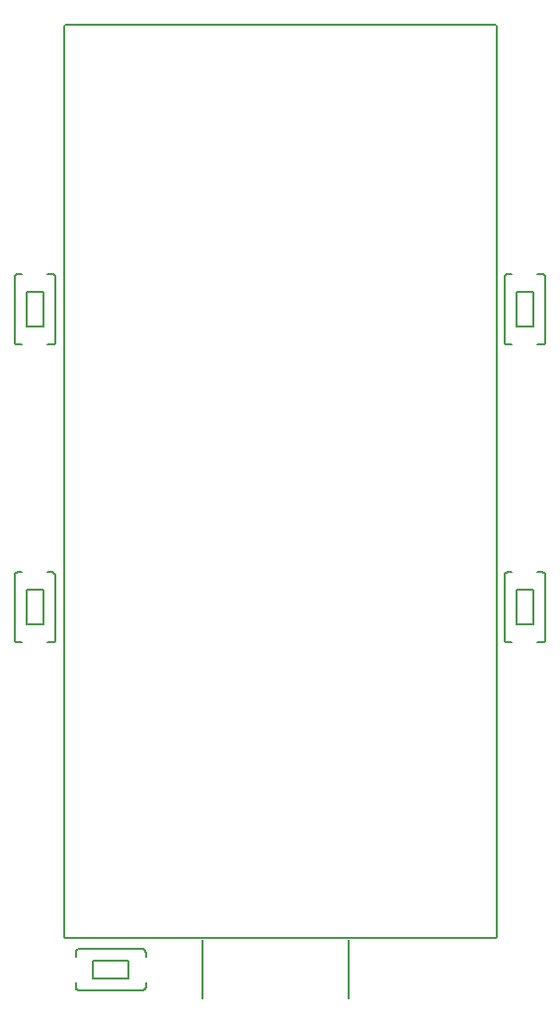
<source format=gbr>
G04 EAGLE Gerber RS-274X export*
G75*
%MOMM*%
%FSLAX34Y34*%
%LPD*%
%INSilkscreen Bottom*%
%IPPOS*%
%AMOC8*
5,1,8,0,0,1.08239X$1,22.5*%
G01*
%ADD10C,0.152400*%
%ADD11C,0.203200*%


D10*
X45800Y52300D02*
X415000Y52300D01*
X415000Y833300D02*
X45800Y833300D01*
X416300Y832900D02*
X416300Y52800D01*
X45300Y52800D02*
X45300Y832900D01*
X164000Y50000D02*
X164000Y0D01*
X289000Y0D02*
X289000Y50000D01*
D11*
X57500Y7500D02*
X57402Y7502D01*
X57304Y7508D01*
X57206Y7517D01*
X57109Y7531D01*
X57012Y7548D01*
X56916Y7569D01*
X56821Y7594D01*
X56727Y7622D01*
X56635Y7655D01*
X56543Y7690D01*
X56453Y7730D01*
X56365Y7772D01*
X56278Y7819D01*
X56194Y7868D01*
X56111Y7921D01*
X56031Y7977D01*
X55952Y8037D01*
X55876Y8099D01*
X55803Y8164D01*
X55732Y8232D01*
X55664Y8303D01*
X55599Y8376D01*
X55537Y8452D01*
X55477Y8531D01*
X55421Y8611D01*
X55368Y8694D01*
X55319Y8778D01*
X55272Y8865D01*
X55230Y8953D01*
X55190Y9043D01*
X55155Y9135D01*
X55122Y9227D01*
X55094Y9321D01*
X55069Y9416D01*
X55048Y9512D01*
X55031Y9609D01*
X55017Y9706D01*
X55008Y9804D01*
X55002Y9902D01*
X55000Y10000D01*
X57500Y7500D02*
X112500Y7500D01*
X112598Y7502D01*
X112696Y7508D01*
X112794Y7517D01*
X112891Y7531D01*
X112988Y7548D01*
X113084Y7569D01*
X113179Y7594D01*
X113273Y7622D01*
X113365Y7655D01*
X113457Y7690D01*
X113547Y7730D01*
X113635Y7772D01*
X113722Y7819D01*
X113806Y7868D01*
X113889Y7921D01*
X113969Y7977D01*
X114048Y8037D01*
X114124Y8099D01*
X114197Y8164D01*
X114268Y8232D01*
X114336Y8303D01*
X114401Y8376D01*
X114463Y8452D01*
X114523Y8531D01*
X114579Y8611D01*
X114632Y8694D01*
X114681Y8778D01*
X114728Y8865D01*
X114770Y8953D01*
X114810Y9043D01*
X114845Y9135D01*
X114878Y9227D01*
X114906Y9321D01*
X114931Y9416D01*
X114952Y9512D01*
X114969Y9609D01*
X114983Y9706D01*
X114992Y9804D01*
X114998Y9902D01*
X115000Y10000D01*
X115000Y40000D02*
X114998Y40098D01*
X114992Y40196D01*
X114983Y40294D01*
X114969Y40391D01*
X114952Y40488D01*
X114931Y40584D01*
X114906Y40679D01*
X114878Y40773D01*
X114845Y40865D01*
X114810Y40957D01*
X114770Y41047D01*
X114728Y41135D01*
X114681Y41222D01*
X114632Y41306D01*
X114579Y41389D01*
X114523Y41469D01*
X114463Y41548D01*
X114401Y41624D01*
X114336Y41697D01*
X114268Y41768D01*
X114197Y41836D01*
X114124Y41901D01*
X114048Y41963D01*
X113969Y42023D01*
X113889Y42079D01*
X113806Y42132D01*
X113722Y42181D01*
X113635Y42228D01*
X113547Y42270D01*
X113457Y42310D01*
X113365Y42345D01*
X113273Y42378D01*
X113179Y42406D01*
X113084Y42431D01*
X112988Y42452D01*
X112891Y42469D01*
X112794Y42483D01*
X112696Y42492D01*
X112598Y42498D01*
X112500Y42500D01*
X57500Y42500D01*
X57402Y42498D01*
X57304Y42492D01*
X57206Y42483D01*
X57109Y42469D01*
X57012Y42452D01*
X56916Y42431D01*
X56821Y42406D01*
X56727Y42378D01*
X56635Y42345D01*
X56543Y42310D01*
X56453Y42270D01*
X56365Y42228D01*
X56278Y42181D01*
X56194Y42132D01*
X56111Y42079D01*
X56031Y42023D01*
X55952Y41963D01*
X55876Y41901D01*
X55803Y41836D01*
X55732Y41768D01*
X55664Y41697D01*
X55599Y41624D01*
X55537Y41548D01*
X55477Y41469D01*
X55421Y41389D01*
X55368Y41306D01*
X55319Y41222D01*
X55272Y41135D01*
X55230Y41047D01*
X55190Y40957D01*
X55155Y40865D01*
X55122Y40773D01*
X55094Y40679D01*
X55069Y40584D01*
X55048Y40488D01*
X55031Y40391D01*
X55017Y40294D01*
X55008Y40196D01*
X55002Y40098D01*
X55000Y40000D01*
X55000Y36000D01*
X55000Y14000D02*
X55000Y10000D01*
X115000Y10000D02*
X115000Y14000D01*
X115000Y36000D02*
X115000Y40000D01*
X100000Y17500D02*
X70000Y17500D01*
X70000Y32500D02*
X100000Y32500D01*
X70000Y32500D02*
X70000Y17500D01*
X100000Y17500D02*
X100000Y32500D01*
X455000Y560000D02*
X455098Y560002D01*
X455196Y560008D01*
X455294Y560017D01*
X455391Y560031D01*
X455488Y560048D01*
X455584Y560069D01*
X455679Y560094D01*
X455773Y560122D01*
X455865Y560155D01*
X455957Y560190D01*
X456047Y560230D01*
X456135Y560272D01*
X456222Y560319D01*
X456306Y560368D01*
X456389Y560421D01*
X456469Y560477D01*
X456548Y560537D01*
X456624Y560599D01*
X456697Y560664D01*
X456768Y560732D01*
X456836Y560803D01*
X456901Y560876D01*
X456963Y560952D01*
X457023Y561031D01*
X457079Y561111D01*
X457132Y561194D01*
X457181Y561278D01*
X457228Y561365D01*
X457270Y561453D01*
X457310Y561543D01*
X457345Y561635D01*
X457378Y561727D01*
X457406Y561821D01*
X457431Y561916D01*
X457452Y562012D01*
X457469Y562109D01*
X457483Y562206D01*
X457492Y562304D01*
X457498Y562402D01*
X457500Y562500D01*
X457500Y617500D01*
X457498Y617598D01*
X457492Y617696D01*
X457483Y617794D01*
X457469Y617891D01*
X457452Y617988D01*
X457431Y618084D01*
X457406Y618179D01*
X457378Y618273D01*
X457345Y618365D01*
X457310Y618457D01*
X457270Y618547D01*
X457228Y618635D01*
X457181Y618722D01*
X457132Y618806D01*
X457079Y618889D01*
X457023Y618969D01*
X456963Y619048D01*
X456901Y619124D01*
X456836Y619197D01*
X456768Y619268D01*
X456697Y619336D01*
X456624Y619401D01*
X456548Y619463D01*
X456469Y619523D01*
X456389Y619579D01*
X456306Y619632D01*
X456222Y619681D01*
X456135Y619728D01*
X456047Y619770D01*
X455957Y619810D01*
X455865Y619845D01*
X455773Y619878D01*
X455679Y619906D01*
X455584Y619931D01*
X455488Y619952D01*
X455391Y619969D01*
X455294Y619983D01*
X455196Y619992D01*
X455098Y619998D01*
X455000Y620000D01*
X425000Y620000D02*
X424902Y619998D01*
X424804Y619992D01*
X424706Y619983D01*
X424609Y619969D01*
X424512Y619952D01*
X424416Y619931D01*
X424321Y619906D01*
X424227Y619878D01*
X424135Y619845D01*
X424043Y619810D01*
X423953Y619770D01*
X423865Y619728D01*
X423778Y619681D01*
X423694Y619632D01*
X423611Y619579D01*
X423531Y619523D01*
X423452Y619463D01*
X423376Y619401D01*
X423303Y619336D01*
X423232Y619268D01*
X423164Y619197D01*
X423099Y619124D01*
X423037Y619048D01*
X422977Y618969D01*
X422921Y618889D01*
X422868Y618806D01*
X422819Y618722D01*
X422772Y618635D01*
X422730Y618547D01*
X422690Y618457D01*
X422655Y618365D01*
X422622Y618273D01*
X422594Y618179D01*
X422569Y618084D01*
X422548Y617988D01*
X422531Y617891D01*
X422517Y617794D01*
X422508Y617696D01*
X422502Y617598D01*
X422500Y617500D01*
X422500Y562500D01*
X422502Y562402D01*
X422508Y562304D01*
X422517Y562206D01*
X422531Y562109D01*
X422548Y562012D01*
X422569Y561916D01*
X422594Y561821D01*
X422622Y561727D01*
X422655Y561635D01*
X422690Y561543D01*
X422730Y561453D01*
X422772Y561365D01*
X422819Y561278D01*
X422868Y561194D01*
X422921Y561111D01*
X422977Y561031D01*
X423037Y560952D01*
X423099Y560876D01*
X423164Y560803D01*
X423232Y560732D01*
X423303Y560664D01*
X423376Y560599D01*
X423452Y560537D01*
X423531Y560477D01*
X423611Y560421D01*
X423694Y560368D01*
X423778Y560319D01*
X423865Y560272D01*
X423953Y560230D01*
X424043Y560190D01*
X424135Y560155D01*
X424227Y560122D01*
X424321Y560094D01*
X424416Y560069D01*
X424512Y560048D01*
X424609Y560031D01*
X424706Y560017D01*
X424804Y560008D01*
X424902Y560002D01*
X425000Y560000D01*
X429000Y560000D01*
X451000Y560000D02*
X455000Y560000D01*
X455000Y620000D02*
X451000Y620000D01*
X429000Y620000D02*
X425000Y620000D01*
X447500Y605000D02*
X447500Y575000D01*
X432500Y575000D02*
X432500Y605000D01*
X432500Y575000D02*
X447500Y575000D01*
X447500Y605000D02*
X432500Y605000D01*
X457500Y307500D02*
X457498Y307402D01*
X457492Y307304D01*
X457483Y307206D01*
X457469Y307109D01*
X457452Y307012D01*
X457431Y306916D01*
X457406Y306821D01*
X457378Y306727D01*
X457345Y306635D01*
X457310Y306543D01*
X457270Y306453D01*
X457228Y306365D01*
X457181Y306278D01*
X457132Y306194D01*
X457079Y306111D01*
X457023Y306031D01*
X456963Y305952D01*
X456901Y305876D01*
X456836Y305803D01*
X456768Y305732D01*
X456697Y305664D01*
X456624Y305599D01*
X456548Y305537D01*
X456469Y305477D01*
X456389Y305421D01*
X456306Y305368D01*
X456222Y305319D01*
X456135Y305272D01*
X456047Y305230D01*
X455957Y305190D01*
X455865Y305155D01*
X455773Y305122D01*
X455679Y305094D01*
X455584Y305069D01*
X455488Y305048D01*
X455391Y305031D01*
X455294Y305017D01*
X455196Y305008D01*
X455098Y305002D01*
X455000Y305000D01*
X457500Y307500D02*
X457500Y362500D01*
X457498Y362598D01*
X457492Y362696D01*
X457483Y362794D01*
X457469Y362891D01*
X457452Y362988D01*
X457431Y363084D01*
X457406Y363179D01*
X457378Y363273D01*
X457345Y363365D01*
X457310Y363457D01*
X457270Y363547D01*
X457228Y363635D01*
X457181Y363722D01*
X457132Y363806D01*
X457079Y363889D01*
X457023Y363969D01*
X456963Y364048D01*
X456901Y364124D01*
X456836Y364197D01*
X456768Y364268D01*
X456697Y364336D01*
X456624Y364401D01*
X456548Y364463D01*
X456469Y364523D01*
X456389Y364579D01*
X456306Y364632D01*
X456222Y364681D01*
X456135Y364728D01*
X456047Y364770D01*
X455957Y364810D01*
X455865Y364845D01*
X455773Y364878D01*
X455679Y364906D01*
X455584Y364931D01*
X455488Y364952D01*
X455391Y364969D01*
X455294Y364983D01*
X455196Y364992D01*
X455098Y364998D01*
X455000Y365000D01*
X425000Y365000D02*
X424902Y364998D01*
X424804Y364992D01*
X424706Y364983D01*
X424609Y364969D01*
X424512Y364952D01*
X424416Y364931D01*
X424321Y364906D01*
X424227Y364878D01*
X424135Y364845D01*
X424043Y364810D01*
X423953Y364770D01*
X423865Y364728D01*
X423778Y364681D01*
X423694Y364632D01*
X423611Y364579D01*
X423531Y364523D01*
X423452Y364463D01*
X423376Y364401D01*
X423303Y364336D01*
X423232Y364268D01*
X423164Y364197D01*
X423099Y364124D01*
X423037Y364048D01*
X422977Y363969D01*
X422921Y363889D01*
X422868Y363806D01*
X422819Y363722D01*
X422772Y363635D01*
X422730Y363547D01*
X422690Y363457D01*
X422655Y363365D01*
X422622Y363273D01*
X422594Y363179D01*
X422569Y363084D01*
X422548Y362988D01*
X422531Y362891D01*
X422517Y362794D01*
X422508Y362696D01*
X422502Y362598D01*
X422500Y362500D01*
X422500Y307500D01*
X422502Y307402D01*
X422508Y307304D01*
X422517Y307206D01*
X422531Y307109D01*
X422548Y307012D01*
X422569Y306916D01*
X422594Y306821D01*
X422622Y306727D01*
X422655Y306635D01*
X422690Y306543D01*
X422730Y306453D01*
X422772Y306365D01*
X422819Y306278D01*
X422868Y306194D01*
X422921Y306111D01*
X422977Y306031D01*
X423037Y305952D01*
X423099Y305876D01*
X423164Y305803D01*
X423232Y305732D01*
X423303Y305664D01*
X423376Y305599D01*
X423452Y305537D01*
X423531Y305477D01*
X423611Y305421D01*
X423694Y305368D01*
X423778Y305319D01*
X423865Y305272D01*
X423953Y305230D01*
X424043Y305190D01*
X424135Y305155D01*
X424227Y305122D01*
X424321Y305094D01*
X424416Y305069D01*
X424512Y305048D01*
X424609Y305031D01*
X424706Y305017D01*
X424804Y305008D01*
X424902Y305002D01*
X425000Y305000D01*
X429000Y305000D01*
X451000Y305000D02*
X455000Y305000D01*
X455000Y365000D02*
X451000Y365000D01*
X429000Y365000D02*
X425000Y365000D01*
X447500Y350000D02*
X447500Y320000D01*
X432500Y320000D02*
X432500Y350000D01*
X432500Y320000D02*
X447500Y320000D01*
X447500Y350000D02*
X432500Y350000D01*
X37500Y562500D02*
X37498Y562402D01*
X37492Y562304D01*
X37483Y562206D01*
X37469Y562109D01*
X37452Y562012D01*
X37431Y561916D01*
X37406Y561821D01*
X37378Y561727D01*
X37345Y561635D01*
X37310Y561543D01*
X37270Y561453D01*
X37228Y561365D01*
X37181Y561278D01*
X37132Y561194D01*
X37079Y561111D01*
X37023Y561031D01*
X36963Y560952D01*
X36901Y560876D01*
X36836Y560803D01*
X36768Y560732D01*
X36697Y560664D01*
X36624Y560599D01*
X36548Y560537D01*
X36469Y560477D01*
X36389Y560421D01*
X36306Y560368D01*
X36222Y560319D01*
X36135Y560272D01*
X36047Y560230D01*
X35957Y560190D01*
X35865Y560155D01*
X35773Y560122D01*
X35679Y560094D01*
X35584Y560069D01*
X35488Y560048D01*
X35391Y560031D01*
X35294Y560017D01*
X35196Y560008D01*
X35098Y560002D01*
X35000Y560000D01*
X37500Y562500D02*
X37500Y617500D01*
X37498Y617598D01*
X37492Y617696D01*
X37483Y617794D01*
X37469Y617891D01*
X37452Y617988D01*
X37431Y618084D01*
X37406Y618179D01*
X37378Y618273D01*
X37345Y618365D01*
X37310Y618457D01*
X37270Y618547D01*
X37228Y618635D01*
X37181Y618722D01*
X37132Y618806D01*
X37079Y618889D01*
X37023Y618969D01*
X36963Y619048D01*
X36901Y619124D01*
X36836Y619197D01*
X36768Y619268D01*
X36697Y619336D01*
X36624Y619401D01*
X36548Y619463D01*
X36469Y619523D01*
X36389Y619579D01*
X36306Y619632D01*
X36222Y619681D01*
X36135Y619728D01*
X36047Y619770D01*
X35957Y619810D01*
X35865Y619845D01*
X35773Y619878D01*
X35679Y619906D01*
X35584Y619931D01*
X35488Y619952D01*
X35391Y619969D01*
X35294Y619983D01*
X35196Y619992D01*
X35098Y619998D01*
X35000Y620000D01*
X5000Y620000D02*
X4902Y619998D01*
X4804Y619992D01*
X4706Y619983D01*
X4609Y619969D01*
X4512Y619952D01*
X4416Y619931D01*
X4321Y619906D01*
X4227Y619878D01*
X4135Y619845D01*
X4043Y619810D01*
X3953Y619770D01*
X3865Y619728D01*
X3778Y619681D01*
X3694Y619632D01*
X3611Y619579D01*
X3531Y619523D01*
X3452Y619463D01*
X3376Y619401D01*
X3303Y619336D01*
X3232Y619268D01*
X3164Y619197D01*
X3099Y619124D01*
X3037Y619048D01*
X2977Y618969D01*
X2921Y618889D01*
X2868Y618806D01*
X2819Y618722D01*
X2772Y618635D01*
X2730Y618547D01*
X2690Y618457D01*
X2655Y618365D01*
X2622Y618273D01*
X2594Y618179D01*
X2569Y618084D01*
X2548Y617988D01*
X2531Y617891D01*
X2517Y617794D01*
X2508Y617696D01*
X2502Y617598D01*
X2500Y617500D01*
X2500Y562500D01*
X2502Y562402D01*
X2508Y562304D01*
X2517Y562206D01*
X2531Y562109D01*
X2548Y562012D01*
X2569Y561916D01*
X2594Y561821D01*
X2622Y561727D01*
X2655Y561635D01*
X2690Y561543D01*
X2730Y561453D01*
X2772Y561365D01*
X2819Y561278D01*
X2868Y561194D01*
X2921Y561111D01*
X2977Y561031D01*
X3037Y560952D01*
X3099Y560876D01*
X3164Y560803D01*
X3232Y560732D01*
X3303Y560664D01*
X3376Y560599D01*
X3452Y560537D01*
X3531Y560477D01*
X3611Y560421D01*
X3694Y560368D01*
X3778Y560319D01*
X3865Y560272D01*
X3953Y560230D01*
X4043Y560190D01*
X4135Y560155D01*
X4227Y560122D01*
X4321Y560094D01*
X4416Y560069D01*
X4512Y560048D01*
X4609Y560031D01*
X4706Y560017D01*
X4804Y560008D01*
X4902Y560002D01*
X5000Y560000D01*
X9000Y560000D01*
X31000Y560000D02*
X35000Y560000D01*
X35000Y620000D02*
X31000Y620000D01*
X9000Y620000D02*
X5000Y620000D01*
X27500Y605000D02*
X27500Y575000D01*
X12500Y575000D02*
X12500Y605000D01*
X12500Y575000D02*
X27500Y575000D01*
X27500Y605000D02*
X12500Y605000D01*
X5000Y365000D02*
X4902Y364998D01*
X4804Y364992D01*
X4706Y364983D01*
X4609Y364969D01*
X4512Y364952D01*
X4416Y364931D01*
X4321Y364906D01*
X4227Y364878D01*
X4135Y364845D01*
X4043Y364810D01*
X3953Y364770D01*
X3865Y364728D01*
X3778Y364681D01*
X3694Y364632D01*
X3611Y364579D01*
X3531Y364523D01*
X3452Y364463D01*
X3376Y364401D01*
X3303Y364336D01*
X3232Y364268D01*
X3164Y364197D01*
X3099Y364124D01*
X3037Y364048D01*
X2977Y363969D01*
X2921Y363889D01*
X2868Y363806D01*
X2819Y363722D01*
X2772Y363635D01*
X2730Y363547D01*
X2690Y363457D01*
X2655Y363365D01*
X2622Y363273D01*
X2594Y363179D01*
X2569Y363084D01*
X2548Y362988D01*
X2531Y362891D01*
X2517Y362794D01*
X2508Y362696D01*
X2502Y362598D01*
X2500Y362500D01*
X2500Y307500D01*
X2502Y307402D01*
X2508Y307304D01*
X2517Y307206D01*
X2531Y307109D01*
X2548Y307012D01*
X2569Y306916D01*
X2594Y306821D01*
X2622Y306727D01*
X2655Y306635D01*
X2690Y306543D01*
X2730Y306453D01*
X2772Y306365D01*
X2819Y306278D01*
X2868Y306194D01*
X2921Y306111D01*
X2977Y306031D01*
X3037Y305952D01*
X3099Y305876D01*
X3164Y305803D01*
X3232Y305732D01*
X3303Y305664D01*
X3376Y305599D01*
X3452Y305537D01*
X3531Y305477D01*
X3611Y305421D01*
X3694Y305368D01*
X3778Y305319D01*
X3865Y305272D01*
X3953Y305230D01*
X4043Y305190D01*
X4135Y305155D01*
X4227Y305122D01*
X4321Y305094D01*
X4416Y305069D01*
X4512Y305048D01*
X4609Y305031D01*
X4706Y305017D01*
X4804Y305008D01*
X4902Y305002D01*
X5000Y305000D01*
X35000Y305000D02*
X35098Y305002D01*
X35196Y305008D01*
X35294Y305017D01*
X35391Y305031D01*
X35488Y305048D01*
X35584Y305069D01*
X35679Y305094D01*
X35773Y305122D01*
X35865Y305155D01*
X35957Y305190D01*
X36047Y305230D01*
X36135Y305272D01*
X36222Y305319D01*
X36306Y305368D01*
X36389Y305421D01*
X36469Y305477D01*
X36548Y305537D01*
X36624Y305599D01*
X36697Y305664D01*
X36768Y305732D01*
X36836Y305803D01*
X36901Y305876D01*
X36963Y305952D01*
X37023Y306031D01*
X37079Y306111D01*
X37132Y306194D01*
X37181Y306278D01*
X37228Y306365D01*
X37270Y306453D01*
X37310Y306543D01*
X37345Y306635D01*
X37378Y306727D01*
X37406Y306821D01*
X37431Y306916D01*
X37452Y307012D01*
X37469Y307109D01*
X37483Y307206D01*
X37492Y307304D01*
X37498Y307402D01*
X37500Y307500D01*
X37500Y362500D01*
X37498Y362598D01*
X37492Y362696D01*
X37483Y362794D01*
X37469Y362891D01*
X37452Y362988D01*
X37431Y363084D01*
X37406Y363179D01*
X37378Y363273D01*
X37345Y363365D01*
X37310Y363457D01*
X37270Y363547D01*
X37228Y363635D01*
X37181Y363722D01*
X37132Y363806D01*
X37079Y363889D01*
X37023Y363969D01*
X36963Y364048D01*
X36901Y364124D01*
X36836Y364197D01*
X36768Y364268D01*
X36697Y364336D01*
X36624Y364401D01*
X36548Y364463D01*
X36469Y364523D01*
X36389Y364579D01*
X36306Y364632D01*
X36222Y364681D01*
X36135Y364728D01*
X36047Y364770D01*
X35957Y364810D01*
X35865Y364845D01*
X35773Y364878D01*
X35679Y364906D01*
X35584Y364931D01*
X35488Y364952D01*
X35391Y364969D01*
X35294Y364983D01*
X35196Y364992D01*
X35098Y364998D01*
X35000Y365000D01*
X31000Y365000D01*
X9000Y365000D02*
X5000Y365000D01*
X5000Y305000D02*
X9000Y305000D01*
X31000Y305000D02*
X35000Y305000D01*
X12500Y320000D02*
X12500Y350000D01*
X27500Y350000D02*
X27500Y320000D01*
X27500Y350000D02*
X12500Y350000D01*
X12500Y320000D02*
X27500Y320000D01*
M02*

</source>
